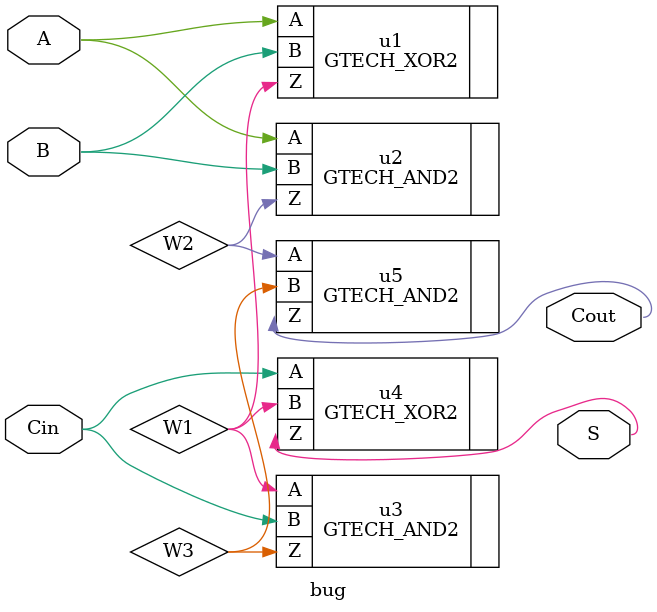
<source format=v>
module bug(A,B,Cin,S,Cout);

input A,B,Cin;
output S,Cout;

wire W1, W2, W3;



GTECH_XOR2 u1 (.A(A),.B(B),.Z(W1));
GTECH_AND2 u2 (.A(A),.B(B),.Z(W2));
GTECH_AND2 u3 (.A(W1),.B(Cin),.Z(W3));
GTECH_XOR2 u4 (.A(Cin),.B(W1),.Z(S));
GTECH_AND2 u5 (.A(W2),.B(W3),.Z(Cout));




endmodule

</source>
